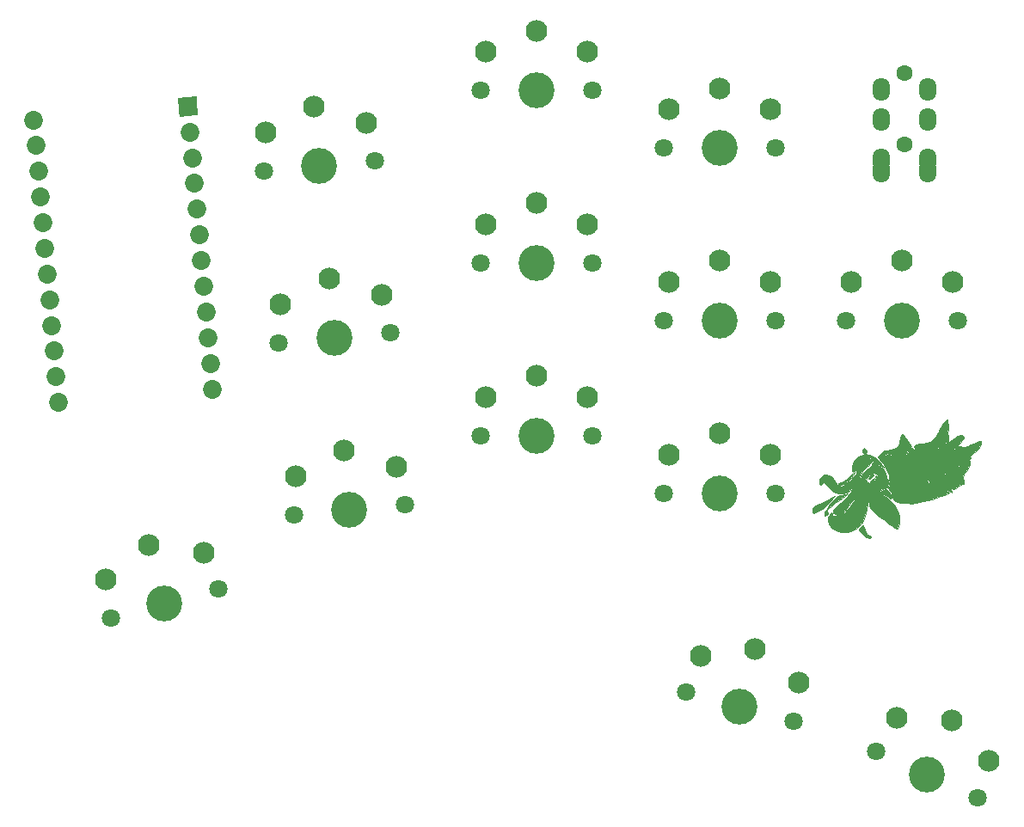
<source format=gbr>
%TF.GenerationSoftware,KiCad,Pcbnew,(5.1.10)-1*%
%TF.CreationDate,2021-07-02T19:59:24+02:00*%
%TF.ProjectId,newidea,6e657769-6465-4612-9e6b-696361645f70,VERSION_HERE*%
%TF.SameCoordinates,Original*%
%TF.FileFunction,Soldermask,Top*%
%TF.FilePolarity,Negative*%
%FSLAX46Y46*%
G04 Gerber Fmt 4.6, Leading zero omitted, Abs format (unit mm)*
G04 Created by KiCad (PCBNEW (5.1.10)-1) date 2021-07-02 19:59:24*
%MOMM*%
%LPD*%
G01*
G04 APERTURE LIST*
%ADD10C,0.010000*%
%ADD11C,3.529000*%
%ADD12C,1.801800*%
%ADD13C,2.132000*%
%ADD14C,1.852600*%
%ADD15C,1.600000*%
%ADD16O,1.700000X2.300000*%
G04 APERTURE END LIST*
D10*
%TO.C,G\u002A\u002A\u002A*%
G36*
X82437758Y24007982D02*
G01*
X82517202Y23807864D01*
X82575539Y23653310D01*
X82762691Y23294878D01*
X82971026Y23102976D01*
X83164047Y22970099D01*
X83194250Y22883275D01*
X83061606Y22841936D01*
X82957508Y22838000D01*
X82763502Y22876176D01*
X82555674Y23007665D01*
X82322508Y23226771D01*
X82127219Y23436712D01*
X81990727Y23600645D01*
X81944667Y23677679D01*
X81996854Y23768485D01*
X82119155Y23901558D01*
X82260182Y24028559D01*
X82368547Y24101146D01*
X82394978Y24101278D01*
X82437758Y24007982D01*
G37*
X82437758Y24007982D02*
X82517202Y23807864D01*
X82575539Y23653310D01*
X82762691Y23294878D01*
X82971026Y23102976D01*
X83164047Y22970099D01*
X83194250Y22883275D01*
X83061606Y22841936D01*
X82957508Y22838000D01*
X82763502Y22876176D01*
X82555674Y23007665D01*
X82322508Y23226771D01*
X82127219Y23436712D01*
X81990727Y23600645D01*
X81944667Y23677679D01*
X81996854Y23768485D01*
X82119155Y23901558D01*
X82260182Y24028559D01*
X82368547Y24101146D01*
X82394978Y24101278D01*
X82437758Y24007982D01*
G36*
X82995074Y31075941D02*
G01*
X83440546Y30897519D01*
X83867224Y30565928D01*
X84123702Y30276583D01*
X84295653Y30046867D01*
X84411087Y29875006D01*
X84445322Y29797786D01*
X84445126Y29797570D01*
X84359186Y29817898D01*
X84188842Y29914613D01*
X83980176Y30056178D01*
X83779269Y30211058D01*
X83632202Y30347715D01*
X83619170Y30362824D01*
X83443605Y30484467D01*
X83278540Y30452065D01*
X83172927Y30290538D01*
X83077653Y30154384D01*
X82891215Y29982706D01*
X82783351Y29902135D01*
X82394403Y29544852D01*
X82143190Y29118250D01*
X82043803Y28648166D01*
X82043566Y28545562D01*
X82052795Y28311714D01*
X82061696Y28239607D01*
X82074662Y28321715D01*
X82088638Y28468333D01*
X82120528Y28607181D01*
X82681518Y28607181D01*
X82709350Y28445858D01*
X82755216Y28389547D01*
X82979207Y28269039D01*
X83250925Y28309349D01*
X83524175Y28472642D01*
X83736531Y28699985D01*
X83808096Y28934021D01*
X83730768Y29143579D01*
X83705734Y29171067D01*
X83510722Y29266033D01*
X83268190Y29203765D01*
X83049921Y29051868D01*
X82792453Y28803369D01*
X82681518Y28607181D01*
X82120528Y28607181D01*
X82192056Y28918605D01*
X82423846Y29281295D01*
X82774587Y29569929D01*
X83061071Y29796754D01*
X83212045Y30027646D01*
X83234320Y30098167D01*
X83329566Y30311218D01*
X83459402Y30359354D01*
X83614698Y30241252D01*
X83672548Y30161667D01*
X83808554Y30009535D01*
X83929772Y29950000D01*
X84112427Y29876187D01*
X84311888Y29683103D01*
X84495026Y29413280D01*
X84628711Y29109248D01*
X84653453Y29020947D01*
X84725415Y28769549D01*
X84797418Y28593620D01*
X84831841Y28547742D01*
X84880457Y28440371D01*
X84906575Y28232099D01*
X84908000Y28167003D01*
X84895059Y27949823D01*
X84838166Y27854236D01*
X84715172Y27833333D01*
X84496833Y27780944D01*
X84255077Y27649465D01*
X84042286Y27477435D01*
X83910845Y27303390D01*
X83892000Y27227748D01*
X83965739Y27168588D01*
X84151657Y27095677D01*
X84251834Y27066300D01*
X84520814Y26953662D01*
X84815312Y26742950D01*
X85130785Y26449203D01*
X85410701Y26152186D01*
X85598777Y25899787D01*
X85734425Y25629630D01*
X85844067Y25320348D01*
X85943322Y24988674D01*
X85989201Y24749723D01*
X85987156Y24537435D01*
X85942639Y24285748D01*
X85933033Y24242292D01*
X85863353Y23977867D01*
X85793682Y23787684D01*
X85753338Y23726179D01*
X85661671Y23757956D01*
X85464631Y23878246D01*
X85187487Y24067828D01*
X84855509Y24307484D01*
X84493968Y24577994D01*
X84128134Y24860140D01*
X83783277Y25134702D01*
X83484666Y25382462D01*
X83257573Y25584199D01*
X83127266Y25720695D01*
X83122710Y25726905D01*
X83010832Y25934530D01*
X82968866Y26178961D01*
X82974154Y26431134D01*
X82981549Y26675610D01*
X82970281Y26827386D01*
X82951924Y26854460D01*
X82921036Y26760614D01*
X82886939Y26542554D01*
X82856447Y26245102D01*
X82853352Y26206182D01*
X82768447Y25641512D01*
X82610572Y25072644D01*
X82399470Y24558031D01*
X82165579Y24169981D01*
X81805370Y23825229D01*
X81351263Y23581426D01*
X80844775Y23446565D01*
X80327419Y23428636D01*
X79840711Y23535633D01*
X79569410Y23670206D01*
X79261066Y23884192D01*
X79073016Y24072177D01*
X78971408Y24278245D01*
X78926942Y24506846D01*
X78945882Y24851445D01*
X79062857Y25107024D01*
X79193685Y25265414D01*
X79309414Y25332627D01*
X79373056Y25300078D01*
X79353770Y25174548D01*
X79372749Y25063811D01*
X79511488Y25008666D01*
X79731459Y25004546D01*
X79994134Y25046888D01*
X80260985Y25131126D01*
X80493485Y25252695D01*
X80577966Y25319595D01*
X80718980Y25472007D01*
X80903960Y25699887D01*
X81104529Y25964385D01*
X81292309Y26226652D01*
X81438923Y26447838D01*
X81515993Y26589094D01*
X81521334Y26611092D01*
X81477381Y26627890D01*
X81364037Y26537629D01*
X81209073Y26371932D01*
X81040264Y26162426D01*
X80885379Y25940732D01*
X80793332Y25782114D01*
X80571293Y25462492D01*
X80299475Y25241446D01*
X80010322Y25130143D01*
X79736277Y25139748D01*
X79509780Y25281427D01*
X79472397Y25327479D01*
X79418398Y25410096D01*
X79402441Y25486772D01*
X79440678Y25580089D01*
X79549264Y25712626D01*
X79744353Y25906962D01*
X80042098Y26185679D01*
X80173077Y26306905D01*
X80569890Y26682200D01*
X80857149Y26977689D01*
X81056341Y27220814D01*
X81188954Y27439015D01*
X81276476Y27659733D01*
X81302034Y27748667D01*
X81335274Y27885016D01*
X81316115Y27881610D01*
X81229350Y27734613D01*
X81226505Y27729629D01*
X81026872Y27488117D01*
X80729213Y27320931D01*
X80422659Y27230724D01*
X80004637Y27207231D01*
X79597869Y27335098D01*
X79193133Y27619497D01*
X78781202Y28065600D01*
X78667310Y28214769D01*
X78543115Y28375655D01*
X78480074Y28409570D01*
X78439050Y28325982D01*
X78423529Y28273734D01*
X78324513Y28128643D01*
X78192524Y28118130D01*
X78087237Y28235032D01*
X78065851Y28316664D01*
X78105374Y28607152D01*
X78293031Y28874242D01*
X78437817Y28988585D01*
X78609837Y29073580D01*
X78790368Y29076584D01*
X78981380Y29028656D01*
X79186105Y28943501D01*
X79356055Y28802716D01*
X79534329Y28565767D01*
X79624576Y28423737D01*
X79830547Y28121183D01*
X80008768Y27961444D01*
X80199689Y27932344D01*
X80443757Y28021707D01*
X80624895Y28122598D01*
X80823813Y28257754D01*
X81026727Y28438349D01*
X81260773Y28692333D01*
X81553089Y29047658D01*
X81683284Y29212755D01*
X81743384Y29366574D01*
X81703614Y29483976D01*
X81599461Y29516123D01*
X81504400Y29458933D01*
X81373128Y29366132D01*
X81297508Y29418186D01*
X81268409Y29624356D01*
X81267334Y29699373D01*
X81296019Y29874981D01*
X81964904Y29874981D01*
X81974778Y29868378D01*
X82079684Y29916697D01*
X82253181Y30041024D01*
X82313445Y30090397D01*
X82552584Y30260674D01*
X82856398Y30436615D01*
X83003000Y30508853D01*
X83213321Y30613529D01*
X83322626Y30685720D01*
X83317686Y30707123D01*
X83160638Y30667279D01*
X82914397Y30556816D01*
X82628464Y30402259D01*
X82352341Y30230135D01*
X82156334Y30084823D01*
X82014026Y29951267D01*
X81964904Y29874981D01*
X81296019Y29874981D01*
X81344263Y30170313D01*
X81563668Y30565919D01*
X81908470Y30867574D01*
X82361592Y31056662D01*
X82546033Y31093311D01*
X82995074Y31075941D01*
G37*
X82995074Y31075941D02*
X83440546Y30897519D01*
X83867224Y30565928D01*
X84123702Y30276583D01*
X84295653Y30046867D01*
X84411087Y29875006D01*
X84445322Y29797786D01*
X84445126Y29797570D01*
X84359186Y29817898D01*
X84188842Y29914613D01*
X83980176Y30056178D01*
X83779269Y30211058D01*
X83632202Y30347715D01*
X83619170Y30362824D01*
X83443605Y30484467D01*
X83278540Y30452065D01*
X83172927Y30290538D01*
X83077653Y30154384D01*
X82891215Y29982706D01*
X82783351Y29902135D01*
X82394403Y29544852D01*
X82143190Y29118250D01*
X82043803Y28648166D01*
X82043566Y28545562D01*
X82052795Y28311714D01*
X82061696Y28239607D01*
X82074662Y28321715D01*
X82088638Y28468333D01*
X82120528Y28607181D01*
X82681518Y28607181D01*
X82709350Y28445858D01*
X82755216Y28389547D01*
X82979207Y28269039D01*
X83250925Y28309349D01*
X83524175Y28472642D01*
X83736531Y28699985D01*
X83808096Y28934021D01*
X83730768Y29143579D01*
X83705734Y29171067D01*
X83510722Y29266033D01*
X83268190Y29203765D01*
X83049921Y29051868D01*
X82792453Y28803369D01*
X82681518Y28607181D01*
X82120528Y28607181D01*
X82192056Y28918605D01*
X82423846Y29281295D01*
X82774587Y29569929D01*
X83061071Y29796754D01*
X83212045Y30027646D01*
X83234320Y30098167D01*
X83329566Y30311218D01*
X83459402Y30359354D01*
X83614698Y30241252D01*
X83672548Y30161667D01*
X83808554Y30009535D01*
X83929772Y29950000D01*
X84112427Y29876187D01*
X84311888Y29683103D01*
X84495026Y29413280D01*
X84628711Y29109248D01*
X84653453Y29020947D01*
X84725415Y28769549D01*
X84797418Y28593620D01*
X84831841Y28547742D01*
X84880457Y28440371D01*
X84906575Y28232099D01*
X84908000Y28167003D01*
X84895059Y27949823D01*
X84838166Y27854236D01*
X84715172Y27833333D01*
X84496833Y27780944D01*
X84255077Y27649465D01*
X84042286Y27477435D01*
X83910845Y27303390D01*
X83892000Y27227748D01*
X83965739Y27168588D01*
X84151657Y27095677D01*
X84251834Y27066300D01*
X84520814Y26953662D01*
X84815312Y26742950D01*
X85130785Y26449203D01*
X85410701Y26152186D01*
X85598777Y25899787D01*
X85734425Y25629630D01*
X85844067Y25320348D01*
X85943322Y24988674D01*
X85989201Y24749723D01*
X85987156Y24537435D01*
X85942639Y24285748D01*
X85933033Y24242292D01*
X85863353Y23977867D01*
X85793682Y23787684D01*
X85753338Y23726179D01*
X85661671Y23757956D01*
X85464631Y23878246D01*
X85187487Y24067828D01*
X84855509Y24307484D01*
X84493968Y24577994D01*
X84128134Y24860140D01*
X83783277Y25134702D01*
X83484666Y25382462D01*
X83257573Y25584199D01*
X83127266Y25720695D01*
X83122710Y25726905D01*
X83010832Y25934530D01*
X82968866Y26178961D01*
X82974154Y26431134D01*
X82981549Y26675610D01*
X82970281Y26827386D01*
X82951924Y26854460D01*
X82921036Y26760614D01*
X82886939Y26542554D01*
X82856447Y26245102D01*
X82853352Y26206182D01*
X82768447Y25641512D01*
X82610572Y25072644D01*
X82399470Y24558031D01*
X82165579Y24169981D01*
X81805370Y23825229D01*
X81351263Y23581426D01*
X80844775Y23446565D01*
X80327419Y23428636D01*
X79840711Y23535633D01*
X79569410Y23670206D01*
X79261066Y23884192D01*
X79073016Y24072177D01*
X78971408Y24278245D01*
X78926942Y24506846D01*
X78945882Y24851445D01*
X79062857Y25107024D01*
X79193685Y25265414D01*
X79309414Y25332627D01*
X79373056Y25300078D01*
X79353770Y25174548D01*
X79372749Y25063811D01*
X79511488Y25008666D01*
X79731459Y25004546D01*
X79994134Y25046888D01*
X80260985Y25131126D01*
X80493485Y25252695D01*
X80577966Y25319595D01*
X80718980Y25472007D01*
X80903960Y25699887D01*
X81104529Y25964385D01*
X81292309Y26226652D01*
X81438923Y26447838D01*
X81515993Y26589094D01*
X81521334Y26611092D01*
X81477381Y26627890D01*
X81364037Y26537629D01*
X81209073Y26371932D01*
X81040264Y26162426D01*
X80885379Y25940732D01*
X80793332Y25782114D01*
X80571293Y25462492D01*
X80299475Y25241446D01*
X80010322Y25130143D01*
X79736277Y25139748D01*
X79509780Y25281427D01*
X79472397Y25327479D01*
X79418398Y25410096D01*
X79402441Y25486772D01*
X79440678Y25580089D01*
X79549264Y25712626D01*
X79744353Y25906962D01*
X80042098Y26185679D01*
X80173077Y26306905D01*
X80569890Y26682200D01*
X80857149Y26977689D01*
X81056341Y27220814D01*
X81188954Y27439015D01*
X81276476Y27659733D01*
X81302034Y27748667D01*
X81335274Y27885016D01*
X81316115Y27881610D01*
X81229350Y27734613D01*
X81226505Y27729629D01*
X81026872Y27488117D01*
X80729213Y27320931D01*
X80422659Y27230724D01*
X80004637Y27207231D01*
X79597869Y27335098D01*
X79193133Y27619497D01*
X78781202Y28065600D01*
X78667310Y28214769D01*
X78543115Y28375655D01*
X78480074Y28409570D01*
X78439050Y28325982D01*
X78423529Y28273734D01*
X78324513Y28128643D01*
X78192524Y28118130D01*
X78087237Y28235032D01*
X78065851Y28316664D01*
X78105374Y28607152D01*
X78293031Y28874242D01*
X78437817Y28988585D01*
X78609837Y29073580D01*
X78790368Y29076584D01*
X78981380Y29028656D01*
X79186105Y28943501D01*
X79356055Y28802716D01*
X79534329Y28565767D01*
X79624576Y28423737D01*
X79830547Y28121183D01*
X80008768Y27961444D01*
X80199689Y27932344D01*
X80443757Y28021707D01*
X80624895Y28122598D01*
X80823813Y28257754D01*
X81026727Y28438349D01*
X81260773Y28692333D01*
X81553089Y29047658D01*
X81683284Y29212755D01*
X81743384Y29366574D01*
X81703614Y29483976D01*
X81599461Y29516123D01*
X81504400Y29458933D01*
X81373128Y29366132D01*
X81297508Y29418186D01*
X81268409Y29624356D01*
X81267334Y29699373D01*
X81296019Y29874981D01*
X81964904Y29874981D01*
X81974778Y29868378D01*
X82079684Y29916697D01*
X82253181Y30041024D01*
X82313445Y30090397D01*
X82552584Y30260674D01*
X82856398Y30436615D01*
X83003000Y30508853D01*
X83213321Y30613529D01*
X83322626Y30685720D01*
X83317686Y30707123D01*
X83160638Y30667279D01*
X82914397Y30556816D01*
X82628464Y30402259D01*
X82352341Y30230135D01*
X82156334Y30084823D01*
X82014026Y29951267D01*
X81964904Y29874981D01*
X81296019Y29874981D01*
X81344263Y30170313D01*
X81563668Y30565919D01*
X81908470Y30867574D01*
X82361592Y31056662D01*
X82546033Y31093311D01*
X82995074Y31075941D01*
G36*
X80820756Y27131051D02*
G01*
X80649549Y26984458D01*
X80375028Y26776622D01*
X80010084Y26517885D01*
X79637500Y26265054D01*
X79236362Y25986267D01*
X78973712Y25775596D01*
X78837882Y25622880D01*
X78812000Y25546317D01*
X78848888Y25409310D01*
X78899646Y25378000D01*
X78942457Y25327030D01*
X78898118Y25211042D01*
X78798546Y25085421D01*
X78687352Y25009618D01*
X78576588Y25020903D01*
X78558000Y25087043D01*
X78625435Y25375563D01*
X78822145Y25748201D01*
X79139737Y26190477D01*
X79331887Y26422361D01*
X79587919Y26711743D01*
X79776474Y26896047D01*
X79935437Y27002758D01*
X80102689Y27059361D01*
X80243368Y27083660D01*
X80518858Y27130267D01*
X80746506Y27182068D01*
X80801667Y27199135D01*
X80875759Y27206057D01*
X80820756Y27131051D01*
G37*
X80820756Y27131051D02*
X80649549Y26984458D01*
X80375028Y26776622D01*
X80010084Y26517885D01*
X79637500Y26265054D01*
X79236362Y25986267D01*
X78973712Y25775596D01*
X78837882Y25622880D01*
X78812000Y25546317D01*
X78848888Y25409310D01*
X78899646Y25378000D01*
X78942457Y25327030D01*
X78898118Y25211042D01*
X78798546Y25085421D01*
X78687352Y25009618D01*
X78576588Y25020903D01*
X78558000Y25087043D01*
X78625435Y25375563D01*
X78822145Y25748201D01*
X79139737Y26190477D01*
X79331887Y26422361D01*
X79587919Y26711743D01*
X79776474Y26896047D01*
X79935437Y27002758D01*
X80102689Y27059361D01*
X80243368Y27083660D01*
X80518858Y27130267D01*
X80746506Y27182068D01*
X80801667Y27199135D01*
X80875759Y27206057D01*
X80820756Y27131051D01*
G36*
X79533287Y26915545D02*
G01*
X79389589Y26729675D01*
X79235334Y26538675D01*
X78865804Y26132364D01*
X78479564Y25821032D01*
X78166577Y25629589D01*
X77854413Y25456558D01*
X77657652Y25353758D01*
X77543843Y25308878D01*
X77480538Y25309604D01*
X77435286Y25343626D01*
X77429111Y25349778D01*
X77377319Y25506739D01*
X77429107Y25715903D01*
X77554359Y25925552D01*
X77722963Y26083966D01*
X77889226Y26140000D01*
X78066380Y26181825D01*
X78340975Y26292374D01*
X78667718Y26449261D01*
X79001320Y26630097D01*
X79296489Y26812494D01*
X79404667Y26889087D01*
X79534141Y26981418D01*
X79579243Y26994848D01*
X79533287Y26915545D01*
G37*
X79533287Y26915545D02*
X79389589Y26729675D01*
X79235334Y26538675D01*
X78865804Y26132364D01*
X78479564Y25821032D01*
X78166577Y25629589D01*
X77854413Y25456558D01*
X77657652Y25353758D01*
X77543843Y25308878D01*
X77480538Y25309604D01*
X77435286Y25343626D01*
X77429111Y25349778D01*
X77377319Y25506739D01*
X77429107Y25715903D01*
X77554359Y25925552D01*
X77722963Y26083966D01*
X77889226Y26140000D01*
X78066380Y26181825D01*
X78340975Y26292374D01*
X78667718Y26449261D01*
X79001320Y26630097D01*
X79296489Y26812494D01*
X79404667Y26889087D01*
X79534141Y26981418D01*
X79579243Y26994848D01*
X79533287Y26915545D01*
G36*
X90717361Y34442985D02*
G01*
X90737157Y34228264D01*
X90746158Y33911321D01*
X90743508Y33569500D01*
X90739795Y33174355D01*
X90746264Y32834424D01*
X90761552Y32589861D01*
X90780193Y32487551D01*
X90767826Y32390206D01*
X90643684Y32256110D01*
X90391056Y32069067D01*
X90256066Y31979551D01*
X89881217Y31735509D01*
X89634967Y31573300D01*
X89503830Y31482644D01*
X89474317Y31453260D01*
X89532941Y31474867D01*
X89666215Y31537184D01*
X89691667Y31549339D01*
X89892024Y31662664D01*
X90187728Y31851840D01*
X90539057Y32090590D01*
X90906289Y32352639D01*
X90908961Y32354595D01*
X91352386Y32666553D01*
X91688814Y32870131D01*
X91935948Y32971512D01*
X92111488Y32976877D01*
X92233134Y32892409D01*
X92272784Y32830939D01*
X92299848Y32735926D01*
X92267659Y32622127D01*
X92158958Y32460870D01*
X91956485Y32223481D01*
X91810096Y32062269D01*
X91572202Y31788343D01*
X91387266Y31547350D01*
X91280683Y31373888D01*
X91264684Y31319163D01*
X91279150Y31229208D01*
X91318640Y31303471D01*
X91319090Y31304667D01*
X91400009Y31461880D01*
X91526770Y31660192D01*
X91639765Y31796660D01*
X91765488Y31854715D01*
X91966753Y31854091D01*
X92098825Y31839910D01*
X92416854Y31827333D01*
X92638442Y31887038D01*
X92707633Y31928885D01*
X92912315Y32032672D01*
X93068567Y32066667D01*
X93236422Y32108081D01*
X93474472Y32213061D01*
X93594774Y32278804D01*
X93809901Y32387789D01*
X93960672Y32432500D01*
X93999452Y32421861D01*
X94006816Y32303304D01*
X93973734Y32089928D01*
X93954267Y32006565D01*
X93855198Y31752709D01*
X93677103Y31541061D01*
X93472361Y31380039D01*
X93240098Y31207581D01*
X93060355Y31061109D01*
X92993667Y30996521D01*
X92848815Y30902517D01*
X92697334Y30856520D01*
X92581405Y30831107D01*
X92619237Y30816444D01*
X92760834Y30808197D01*
X92973055Y30772557D01*
X93022793Y30700523D01*
X92908748Y30607592D01*
X92782000Y30555354D01*
X92585295Y30473967D01*
X92539016Y30426015D01*
X92646287Y30422523D01*
X92749076Y30439077D01*
X92904271Y30451121D01*
X92936911Y30382695D01*
X92922430Y30321502D01*
X92866553Y30117740D01*
X92817268Y29921234D01*
X92716700Y29685146D01*
X92563108Y29468536D01*
X92340778Y29143257D01*
X92237666Y28798411D01*
X92268310Y28483514D01*
X92271459Y28475017D01*
X92340853Y28277961D01*
X92331984Y28192727D01*
X92225632Y28172435D01*
X92147244Y28172000D01*
X91948326Y28111481D01*
X91698143Y27950620D01*
X91593190Y27862454D01*
X91362472Y27679229D01*
X91210467Y27631866D01*
X91114044Y27720943D01*
X91064732Y27875667D01*
X91049439Y27905616D01*
X91053344Y27792330D01*
X91063540Y27679902D01*
X91100622Y27314803D01*
X90844849Y27447068D01*
X90637976Y27537204D01*
X90484859Y27575541D01*
X90479038Y27575515D01*
X90469825Y27545936D01*
X90589516Y27478126D01*
X90622137Y27463770D01*
X90875273Y27355843D01*
X90664470Y27220220D01*
X90420706Y27096173D01*
X90057967Y26951091D01*
X89622766Y26799818D01*
X89161616Y26657197D01*
X88721031Y26538070D01*
X88347523Y26457281D01*
X88210000Y26436960D01*
X87886642Y26387985D01*
X87603372Y26324214D01*
X87448000Y26270570D01*
X87181474Y26210250D01*
X87024667Y26229679D01*
X86815265Y26268210D01*
X86523466Y26294901D01*
X86371373Y26300894D01*
X86048956Y26333611D01*
X85744576Y26406553D01*
X85640202Y26447407D01*
X85438749Y26573758D01*
X85340198Y26744435D01*
X85305452Y26922521D01*
X85283965Y26986117D01*
X88300053Y26986117D01*
X88321514Y26941816D01*
X88368534Y26880833D01*
X88544504Y26748570D01*
X88718009Y26756999D01*
X88838999Y26899920D01*
X88851654Y26940700D01*
X88875874Y27143098D01*
X88859951Y27258200D01*
X88827453Y27267507D01*
X88809560Y27138876D01*
X88809351Y27132176D01*
X88748366Y26919779D01*
X88604725Y26836817D01*
X88414347Y26902435D01*
X88399422Y26913695D01*
X88300053Y26986117D01*
X85283965Y26986117D01*
X85181644Y27288951D01*
X85025949Y27504114D01*
X84934535Y27616164D01*
X87252253Y27616164D01*
X87273389Y27581978D01*
X87278667Y27581878D01*
X87461481Y27625654D01*
X87530215Y27660693D01*
X87625398Y27743567D01*
X87591455Y27771792D01*
X87461605Y27738862D01*
X87363334Y27693378D01*
X87252253Y27616164D01*
X84934535Y27616164D01*
X84903269Y27654488D01*
X84874376Y27740687D01*
X84892160Y27748667D01*
X84952126Y27825662D01*
X84984987Y28030240D01*
X84987941Y28187775D01*
X88647224Y28187775D01*
X88686467Y28178684D01*
X88817500Y28231084D01*
X88878011Y28287767D01*
X88923683Y28410990D01*
X88843998Y28511498D01*
X88714845Y28576542D01*
X88659510Y28565065D01*
X88669818Y28514962D01*
X88703889Y28510667D01*
X88789518Y28452038D01*
X88789712Y28331574D01*
X88706546Y28232404D01*
X88696834Y28228073D01*
X88647224Y28187775D01*
X84987941Y28187775D01*
X84990474Y28322791D01*
X84968318Y28663704D01*
X84954335Y28761357D01*
X89945667Y28761357D01*
X90265467Y28942065D01*
X90460949Y29068325D01*
X90522622Y29162600D01*
X90487933Y29240054D01*
X90356049Y29340843D01*
X90295133Y29356037D01*
X90270888Y29320367D01*
X90326667Y29272537D01*
X90388713Y29201570D01*
X90341629Y29106905D01*
X90199667Y28975845D01*
X89945667Y28761357D01*
X84954335Y28761357D01*
X84918249Y29013369D01*
X84901323Y29097588D01*
X84862629Y29214922D01*
X89765576Y29214922D01*
X89818667Y29195247D01*
X89999409Y29235227D01*
X90072667Y29272667D01*
X90139164Y29336159D01*
X90077607Y29344175D01*
X89919933Y29296716D01*
X89861000Y29272667D01*
X89765576Y29214922D01*
X84862629Y29214922D01*
X84798327Y29409901D01*
X84720732Y29551209D01*
X91534067Y29551209D01*
X91655451Y29607008D01*
X91824236Y29714048D01*
X91899132Y29790588D01*
X91888563Y29901837D01*
X91772567Y29999323D01*
X91639000Y30030796D01*
X91629770Y29996650D01*
X91704974Y29941834D01*
X91798932Y29870406D01*
X91776689Y29793437D01*
X91662641Y29685628D01*
X91535194Y29571397D01*
X91534067Y29551209D01*
X84720732Y29551209D01*
X84607368Y29757654D01*
X84311879Y30173140D01*
X83813779Y30822770D01*
X83835243Y30849871D01*
X84360619Y30849871D01*
X84453467Y30898533D01*
X84538011Y30958230D01*
X84737978Y31080789D01*
X84885669Y31095866D01*
X84976945Y31059081D01*
X85141457Y30986774D01*
X85219934Y30969390D01*
X85204609Y31005409D01*
X85075013Y31088725D01*
X85055907Y31099230D01*
X84802871Y31171584D01*
X84572273Y31088353D01*
X84393037Y30912106D01*
X84360619Y30849871D01*
X83835243Y30849871D01*
X84062100Y31136301D01*
X84248196Y31337763D01*
X84442419Y31444346D01*
X84723914Y31498787D01*
X84736127Y31500250D01*
X85083899Y31568103D01*
X85438502Y31676789D01*
X85536595Y31716444D01*
X85765263Y31830202D01*
X85884628Y31949596D01*
X85942610Y32138980D01*
X85965128Y32291943D01*
X86035822Y32681970D01*
X86126222Y32950212D01*
X86228598Y33075866D01*
X86258900Y33082667D01*
X86357057Y33017123D01*
X86478488Y32858522D01*
X86483784Y32849834D01*
X86616562Y32637681D01*
X86790262Y32370044D01*
X86868720Y32251877D01*
X87113301Y31886753D01*
X86947838Y31676401D01*
X86806341Y31436514D01*
X86727687Y31217056D01*
X86620368Y30983395D01*
X86456415Y30797699D01*
X86333238Y30684067D01*
X86314716Y30628451D01*
X86322793Y30627334D01*
X86464202Y30700642D01*
X86491198Y30732242D01*
X92226055Y30732242D01*
X92309278Y30718684D01*
X92419092Y30734251D01*
X92420403Y30763153D01*
X92307086Y30783364D01*
X92258125Y30769837D01*
X92226055Y30732242D01*
X86491198Y30732242D01*
X86628496Y30892949D01*
X86784370Y31162824D01*
X86857015Y31334299D01*
X87003220Y31609948D01*
X87171876Y31721437D01*
X87352809Y31667106D01*
X87535845Y31445295D01*
X87535994Y31445041D01*
X87681993Y31243538D01*
X87825635Y31113965D01*
X87854069Y31100354D01*
X87949940Y31074629D01*
X87904138Y31126740D01*
X87868434Y31156292D01*
X87743933Y31295608D01*
X87595537Y31510429D01*
X87557612Y31573355D01*
X87376689Y31884377D01*
X87657973Y32017855D01*
X87924545Y32102137D01*
X88243623Y32148335D01*
X88332834Y32151333D01*
X88707565Y32186349D01*
X89020622Y32304691D01*
X89296002Y32526305D01*
X89557698Y32871136D01*
X89829706Y33359127D01*
X89860758Y33421333D01*
X90077658Y33821440D01*
X90294623Y34154578D01*
X90491637Y34394139D01*
X90648685Y34513515D01*
X90688698Y34522000D01*
X90717361Y34442985D01*
G37*
X90717361Y34442985D02*
X90737157Y34228264D01*
X90746158Y33911321D01*
X90743508Y33569500D01*
X90739795Y33174355D01*
X90746264Y32834424D01*
X90761552Y32589861D01*
X90780193Y32487551D01*
X90767826Y32390206D01*
X90643684Y32256110D01*
X90391056Y32069067D01*
X90256066Y31979551D01*
X89881217Y31735509D01*
X89634967Y31573300D01*
X89503830Y31482644D01*
X89474317Y31453260D01*
X89532941Y31474867D01*
X89666215Y31537184D01*
X89691667Y31549339D01*
X89892024Y31662664D01*
X90187728Y31851840D01*
X90539057Y32090590D01*
X90906289Y32352639D01*
X90908961Y32354595D01*
X91352386Y32666553D01*
X91688814Y32870131D01*
X91935948Y32971512D01*
X92111488Y32976877D01*
X92233134Y32892409D01*
X92272784Y32830939D01*
X92299848Y32735926D01*
X92267659Y32622127D01*
X92158958Y32460870D01*
X91956485Y32223481D01*
X91810096Y32062269D01*
X91572202Y31788343D01*
X91387266Y31547350D01*
X91280683Y31373888D01*
X91264684Y31319163D01*
X91279150Y31229208D01*
X91318640Y31303471D01*
X91319090Y31304667D01*
X91400009Y31461880D01*
X91526770Y31660192D01*
X91639765Y31796660D01*
X91765488Y31854715D01*
X91966753Y31854091D01*
X92098825Y31839910D01*
X92416854Y31827333D01*
X92638442Y31887038D01*
X92707633Y31928885D01*
X92912315Y32032672D01*
X93068567Y32066667D01*
X93236422Y32108081D01*
X93474472Y32213061D01*
X93594774Y32278804D01*
X93809901Y32387789D01*
X93960672Y32432500D01*
X93999452Y32421861D01*
X94006816Y32303304D01*
X93973734Y32089928D01*
X93954267Y32006565D01*
X93855198Y31752709D01*
X93677103Y31541061D01*
X93472361Y31380039D01*
X93240098Y31207581D01*
X93060355Y31061109D01*
X92993667Y30996521D01*
X92848815Y30902517D01*
X92697334Y30856520D01*
X92581405Y30831107D01*
X92619237Y30816444D01*
X92760834Y30808197D01*
X92973055Y30772557D01*
X93022793Y30700523D01*
X92908748Y30607592D01*
X92782000Y30555354D01*
X92585295Y30473967D01*
X92539016Y30426015D01*
X92646287Y30422523D01*
X92749076Y30439077D01*
X92904271Y30451121D01*
X92936911Y30382695D01*
X92922430Y30321502D01*
X92866553Y30117740D01*
X92817268Y29921234D01*
X92716700Y29685146D01*
X92563108Y29468536D01*
X92340778Y29143257D01*
X92237666Y28798411D01*
X92268310Y28483514D01*
X92271459Y28475017D01*
X92340853Y28277961D01*
X92331984Y28192727D01*
X92225632Y28172435D01*
X92147244Y28172000D01*
X91948326Y28111481D01*
X91698143Y27950620D01*
X91593190Y27862454D01*
X91362472Y27679229D01*
X91210467Y27631866D01*
X91114044Y27720943D01*
X91064732Y27875667D01*
X91049439Y27905616D01*
X91053344Y27792330D01*
X91063540Y27679902D01*
X91100622Y27314803D01*
X90844849Y27447068D01*
X90637976Y27537204D01*
X90484859Y27575541D01*
X90479038Y27575515D01*
X90469825Y27545936D01*
X90589516Y27478126D01*
X90622137Y27463770D01*
X90875273Y27355843D01*
X90664470Y27220220D01*
X90420706Y27096173D01*
X90057967Y26951091D01*
X89622766Y26799818D01*
X89161616Y26657197D01*
X88721031Y26538070D01*
X88347523Y26457281D01*
X88210000Y26436960D01*
X87886642Y26387985D01*
X87603372Y26324214D01*
X87448000Y26270570D01*
X87181474Y26210250D01*
X87024667Y26229679D01*
X86815265Y26268210D01*
X86523466Y26294901D01*
X86371373Y26300894D01*
X86048956Y26333611D01*
X85744576Y26406553D01*
X85640202Y26447407D01*
X85438749Y26573758D01*
X85340198Y26744435D01*
X85305452Y26922521D01*
X85283965Y26986117D01*
X88300053Y26986117D01*
X88321514Y26941816D01*
X88368534Y26880833D01*
X88544504Y26748570D01*
X88718009Y26756999D01*
X88838999Y26899920D01*
X88851654Y26940700D01*
X88875874Y27143098D01*
X88859951Y27258200D01*
X88827453Y27267507D01*
X88809560Y27138876D01*
X88809351Y27132176D01*
X88748366Y26919779D01*
X88604725Y26836817D01*
X88414347Y26902435D01*
X88399422Y26913695D01*
X88300053Y26986117D01*
X85283965Y26986117D01*
X85181644Y27288951D01*
X85025949Y27504114D01*
X84934535Y27616164D01*
X87252253Y27616164D01*
X87273389Y27581978D01*
X87278667Y27581878D01*
X87461481Y27625654D01*
X87530215Y27660693D01*
X87625398Y27743567D01*
X87591455Y27771792D01*
X87461605Y27738862D01*
X87363334Y27693378D01*
X87252253Y27616164D01*
X84934535Y27616164D01*
X84903269Y27654488D01*
X84874376Y27740687D01*
X84892160Y27748667D01*
X84952126Y27825662D01*
X84984987Y28030240D01*
X84987941Y28187775D01*
X88647224Y28187775D01*
X88686467Y28178684D01*
X88817500Y28231084D01*
X88878011Y28287767D01*
X88923683Y28410990D01*
X88843998Y28511498D01*
X88714845Y28576542D01*
X88659510Y28565065D01*
X88669818Y28514962D01*
X88703889Y28510667D01*
X88789518Y28452038D01*
X88789712Y28331574D01*
X88706546Y28232404D01*
X88696834Y28228073D01*
X88647224Y28187775D01*
X84987941Y28187775D01*
X84990474Y28322791D01*
X84968318Y28663704D01*
X84954335Y28761357D01*
X89945667Y28761357D01*
X90265467Y28942065D01*
X90460949Y29068325D01*
X90522622Y29162600D01*
X90487933Y29240054D01*
X90356049Y29340843D01*
X90295133Y29356037D01*
X90270888Y29320367D01*
X90326667Y29272537D01*
X90388713Y29201570D01*
X90341629Y29106905D01*
X90199667Y28975845D01*
X89945667Y28761357D01*
X84954335Y28761357D01*
X84918249Y29013369D01*
X84901323Y29097588D01*
X84862629Y29214922D01*
X89765576Y29214922D01*
X89818667Y29195247D01*
X89999409Y29235227D01*
X90072667Y29272667D01*
X90139164Y29336159D01*
X90077607Y29344175D01*
X89919933Y29296716D01*
X89861000Y29272667D01*
X89765576Y29214922D01*
X84862629Y29214922D01*
X84798327Y29409901D01*
X84720732Y29551209D01*
X91534067Y29551209D01*
X91655451Y29607008D01*
X91824236Y29714048D01*
X91899132Y29790588D01*
X91888563Y29901837D01*
X91772567Y29999323D01*
X91639000Y30030796D01*
X91629770Y29996650D01*
X91704974Y29941834D01*
X91798932Y29870406D01*
X91776689Y29793437D01*
X91662641Y29685628D01*
X91535194Y29571397D01*
X91534067Y29551209D01*
X84720732Y29551209D01*
X84607368Y29757654D01*
X84311879Y30173140D01*
X83813779Y30822770D01*
X83835243Y30849871D01*
X84360619Y30849871D01*
X84453467Y30898533D01*
X84538011Y30958230D01*
X84737978Y31080789D01*
X84885669Y31095866D01*
X84976945Y31059081D01*
X85141457Y30986774D01*
X85219934Y30969390D01*
X85204609Y31005409D01*
X85075013Y31088725D01*
X85055907Y31099230D01*
X84802871Y31171584D01*
X84572273Y31088353D01*
X84393037Y30912106D01*
X84360619Y30849871D01*
X83835243Y30849871D01*
X84062100Y31136301D01*
X84248196Y31337763D01*
X84442419Y31444346D01*
X84723914Y31498787D01*
X84736127Y31500250D01*
X85083899Y31568103D01*
X85438502Y31676789D01*
X85536595Y31716444D01*
X85765263Y31830202D01*
X85884628Y31949596D01*
X85942610Y32138980D01*
X85965128Y32291943D01*
X86035822Y32681970D01*
X86126222Y32950212D01*
X86228598Y33075866D01*
X86258900Y33082667D01*
X86357057Y33017123D01*
X86478488Y32858522D01*
X86483784Y32849834D01*
X86616562Y32637681D01*
X86790262Y32370044D01*
X86868720Y32251877D01*
X87113301Y31886753D01*
X86947838Y31676401D01*
X86806341Y31436514D01*
X86727687Y31217056D01*
X86620368Y30983395D01*
X86456415Y30797699D01*
X86333238Y30684067D01*
X86314716Y30628451D01*
X86322793Y30627334D01*
X86464202Y30700642D01*
X86491198Y30732242D01*
X92226055Y30732242D01*
X92309278Y30718684D01*
X92419092Y30734251D01*
X92420403Y30763153D01*
X92307086Y30783364D01*
X92258125Y30769837D01*
X92226055Y30732242D01*
X86491198Y30732242D01*
X86628496Y30892949D01*
X86784370Y31162824D01*
X86857015Y31334299D01*
X87003220Y31609948D01*
X87171876Y31721437D01*
X87352809Y31667106D01*
X87535845Y31445295D01*
X87535994Y31445041D01*
X87681993Y31243538D01*
X87825635Y31113965D01*
X87854069Y31100354D01*
X87949940Y31074629D01*
X87904138Y31126740D01*
X87868434Y31156292D01*
X87743933Y31295608D01*
X87595537Y31510429D01*
X87557612Y31573355D01*
X87376689Y31884377D01*
X87657973Y32017855D01*
X87924545Y32102137D01*
X88243623Y32148335D01*
X88332834Y32151333D01*
X88707565Y32186349D01*
X89020622Y32304691D01*
X89296002Y32526305D01*
X89557698Y32871136D01*
X89829706Y33359127D01*
X89860758Y33421333D01*
X90077658Y33821440D01*
X90294623Y34154578D01*
X90491637Y34394139D01*
X90648685Y34513515D01*
X90688698Y34522000D01*
X90717361Y34442985D01*
G36*
X84763077Y27554349D02*
G01*
X84965373Y27369561D01*
X85143892Y27144188D01*
X85222328Y26949299D01*
X85208522Y26813222D01*
X85110314Y26764283D01*
X84935545Y26830810D01*
X84836485Y26903899D01*
X84623791Y27033569D01*
X84348568Y27145474D01*
X84287031Y27163621D01*
X83936091Y27258120D01*
X84189212Y27460639D01*
X84408886Y27611524D01*
X84583028Y27644772D01*
X84763077Y27554349D01*
G37*
X84763077Y27554349D02*
X84965373Y27369561D01*
X85143892Y27144188D01*
X85222328Y26949299D01*
X85208522Y26813222D01*
X85110314Y26764283D01*
X84935545Y26830810D01*
X84836485Y26903899D01*
X84623791Y27033569D01*
X84348568Y27145474D01*
X84287031Y27163621D01*
X83936091Y27258120D01*
X84189212Y27460639D01*
X84408886Y27611524D01*
X84583028Y27644772D01*
X84763077Y27554349D01*
G36*
X81595291Y29328417D02*
G01*
X81556689Y29272667D01*
X81184846Y28790788D01*
X80861997Y28441582D01*
X80626379Y28252987D01*
X80410522Y28152818D01*
X80184771Y28096128D01*
X80001804Y28090148D01*
X79914303Y28142113D01*
X79912667Y28154992D01*
X79984028Y28225044D01*
X80160075Y28311344D01*
X80203879Y28327953D01*
X80426841Y28442285D01*
X80701430Y28628735D01*
X80902379Y28790783D01*
X81145903Y29000990D01*
X81361812Y29181277D01*
X81479000Y29273988D01*
X81594053Y29353826D01*
X81595291Y29328417D01*
G37*
X81595291Y29328417D02*
X81556689Y29272667D01*
X81184846Y28790788D01*
X80861997Y28441582D01*
X80626379Y28252987D01*
X80410522Y28152818D01*
X80184771Y28096128D01*
X80001804Y28090148D01*
X79914303Y28142113D01*
X79912667Y28154992D01*
X79984028Y28225044D01*
X80160075Y28311344D01*
X80203879Y28327953D01*
X80426841Y28442285D01*
X80701430Y28628735D01*
X80902379Y28790783D01*
X81145903Y29000990D01*
X81361812Y29181277D01*
X81479000Y29273988D01*
X81594053Y29353826D01*
X81595291Y29328417D01*
G36*
X82569268Y31628718D02*
G01*
X82625908Y31557402D01*
X82757786Y31362259D01*
X82763203Y31259915D01*
X82634786Y31222785D01*
X82535720Y31220000D01*
X82360336Y31235009D01*
X82311744Y31312661D01*
X82335964Y31452833D01*
X82398259Y31663703D01*
X82465597Y31718569D01*
X82569268Y31628718D01*
G37*
X82569268Y31628718D02*
X82625908Y31557402D01*
X82757786Y31362259D01*
X82763203Y31259915D01*
X82634786Y31222785D01*
X82535720Y31220000D01*
X82360336Y31235009D01*
X82311744Y31312661D01*
X82335964Y31452833D01*
X82398259Y31663703D01*
X82465597Y31718569D01*
X82569268Y31628718D01*
G36*
X83716459Y28934917D02*
G01*
X83716937Y28925956D01*
X83644141Y28742890D01*
X83423804Y28546591D01*
X83214667Y28423018D01*
X83073679Y28355949D01*
X83059597Y28377343D01*
X83116479Y28451193D01*
X83282699Y28589915D01*
X83379539Y28636251D01*
X83532193Y28746097D01*
X83620163Y28872363D01*
X83689327Y28983028D01*
X83716459Y28934917D01*
G37*
X83716459Y28934917D02*
X83716937Y28925956D01*
X83644141Y28742890D01*
X83423804Y28546591D01*
X83214667Y28423018D01*
X83073679Y28355949D01*
X83059597Y28377343D01*
X83116479Y28451193D01*
X83282699Y28589915D01*
X83379539Y28636251D01*
X83532193Y28746097D01*
X83620163Y28872363D01*
X83689327Y28983028D01*
X83716459Y28934917D01*
G36*
X83420133Y29123565D02*
G01*
X83408946Y29020250D01*
X83334426Y28906561D01*
X83195059Y28784056D01*
X83039768Y28684728D01*
X82917477Y28640572D01*
X82876000Y28671731D01*
X82934839Y28767830D01*
X83075725Y28914004D01*
X83245217Y29058761D01*
X83354938Y29133188D01*
X83420133Y29123565D01*
G37*
X83420133Y29123565D02*
X83408946Y29020250D01*
X83334426Y28906561D01*
X83195059Y28784056D01*
X83039768Y28684728D01*
X82917477Y28640572D01*
X82876000Y28671731D01*
X82934839Y28767830D01*
X83075725Y28914004D01*
X83245217Y29058761D01*
X83354938Y29133188D01*
X83420133Y29123565D01*
%TD*%
D11*
%TO.C,S1*%
X13600076Y16420739D03*
D12*
X18912668Y17844244D03*
X8287484Y14997234D03*
D13*
X17446193Y21385352D03*
X12073044Y22119701D03*
X7786934Y18797162D03*
X12073044Y22119701D03*
%TD*%
D11*
%TO.C,S2*%
X31808842Y25612082D03*
D12*
X37287913Y26091439D03*
X26329771Y25132725D03*
D13*
X36458624Y29833401D03*
X31294623Y31489631D03*
X26496677Y28961843D03*
X31294623Y31489631D03*
%TD*%
D11*
%TO.C,S3*%
X30327194Y42547392D03*
D12*
X35806265Y43026749D03*
X24848123Y42068035D03*
D13*
X34976976Y46768711D03*
X29812975Y48424941D03*
X25015029Y45897153D03*
X29812975Y48424941D03*
%TD*%
D11*
%TO.C,S4*%
X28845546Y59482702D03*
D12*
X34324617Y59962059D03*
X23366475Y59003345D03*
D13*
X33495328Y63704021D03*
X28331327Y65360251D03*
X23533381Y62832463D03*
X28331327Y65360251D03*
%TD*%
D11*
%TO.C,S5*%
X50242658Y32913144D03*
D12*
X55742658Y32913144D03*
X44742658Y32913144D03*
D13*
X55242658Y36713144D03*
X50242658Y38813144D03*
X45242658Y36713144D03*
X50242658Y38813144D03*
%TD*%
D11*
%TO.C,S6*%
X50242658Y49913144D03*
D12*
X55742658Y49913144D03*
X44742658Y49913144D03*
D13*
X55242658Y53713144D03*
X50242658Y55813144D03*
X45242658Y53713144D03*
X50242658Y55813144D03*
%TD*%
D11*
%TO.C,S7*%
X50242658Y66913144D03*
D12*
X55742658Y66913144D03*
X44742658Y66913144D03*
D13*
X55242658Y70713144D03*
X50242658Y72813144D03*
X45242658Y70713144D03*
X50242658Y72813144D03*
%TD*%
D11*
%TO.C,S8*%
X68242658Y27246477D03*
D12*
X73742658Y27246477D03*
X62742658Y27246477D03*
D13*
X73242658Y31046477D03*
X68242658Y33146477D03*
X63242658Y31046477D03*
X68242658Y33146477D03*
%TD*%
D11*
%TO.C,S9*%
X68242658Y44246478D03*
D12*
X73742658Y44246478D03*
X62742658Y44246478D03*
D13*
X73242658Y48046478D03*
X68242658Y50146478D03*
X63242658Y48046478D03*
X68242658Y50146478D03*
%TD*%
D11*
%TO.C,S10*%
X68242658Y61246477D03*
D12*
X73742658Y61246477D03*
X62742658Y61246477D03*
D13*
X73242658Y65046477D03*
X68242658Y67146477D03*
X63242658Y65046477D03*
X68242658Y67146477D03*
%TD*%
D11*
%TO.C,S11*%
X86242658Y44246478D03*
D12*
X91742658Y44246478D03*
X80742658Y44246478D03*
D13*
X91242658Y48046478D03*
X86242658Y50146478D03*
X81242658Y48046478D03*
X86242658Y50146478D03*
%TD*%
D11*
%TO.C,S12*%
X70242658Y6246478D03*
D12*
X75555250Y4822973D03*
X64930066Y7669983D03*
D13*
X76055800Y8622901D03*
X71769690Y11945440D03*
X66396541Y11211091D03*
X71769690Y11945440D03*
%TD*%
D11*
%TO.C,S13*%
X88648853Y-452830D03*
D12*
X93633546Y-2777230D03*
X83664160Y1871570D03*
D13*
X94786341Y878048D03*
X91142301Y4894386D03*
X85723263Y5104231D03*
X91142301Y4894386D03*
%TD*%
%TO.C,C1*%
G36*
G01*
X14951483Y66193592D02*
X16697414Y66346341D01*
G75*
G02*
X16751582Y66300889I4358J-49810D01*
G01*
X16904331Y64554958D01*
G75*
G02*
X16858879Y64500790I-49810J-4358D01*
G01*
X15112948Y64348041D01*
G75*
G02*
X15058780Y64393493I-4358J49810D01*
G01*
X14906031Y66139424D01*
G75*
G02*
X14951483Y66193592I49810J4358D01*
G01*
G37*
D14*
X16126556Y62816856D03*
X16347932Y60286522D03*
X16569308Y57756187D03*
X16790683Y55225853D03*
X17012059Y52695518D03*
X17233434Y50165183D03*
X17454810Y47634849D03*
X17676186Y45104514D03*
X17897561Y42574180D03*
X18118937Y40043845D03*
X18340312Y37513511D03*
X723174Y64018937D03*
X944549Y61488603D03*
X1165925Y58958268D03*
X1387300Y56427934D03*
X1608676Y53897599D03*
X1830052Y51367265D03*
X2051427Y48836930D03*
X2272803Y46306595D03*
X2494178Y43776261D03*
X2715554Y41245926D03*
X2936930Y38715592D03*
X3158305Y36185257D03*
%TD*%
D15*
%TO.C,REF\u002A\u002A*%
X86442658Y61646478D03*
X86442658Y68646478D03*
D16*
X88742658Y58946478D03*
X84142658Y60046478D03*
X84142658Y64046478D03*
X84142658Y67046478D03*
X84142658Y58946478D03*
X88742658Y60046478D03*
X88742658Y64046478D03*
X88742658Y67046478D03*
%TD*%
M02*

</source>
